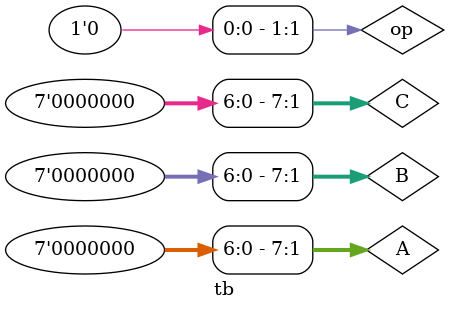
<source format=v>
module add_new(
    input a,b,c,d,
    output r
    );
    assign r = ( a| d| ~b ) & ( b| ~d );

endmodule

module one_bit_add(
    input b1,b2,b3,c_in,
    output r,c_out
    );
    add_new res(b1,b2,b3,c_in,r); 
    add_new cout(c_in,b1,b2,b3,c_out);
endmodule

module calc(
    input wire [7:0] a,b,c,
    input wire [1:0] op,
    output wire [7:0] r, output wire c_out
    );
    wire [7:0] t,A,B,C;
    wire d;

    assign A = a^(op[0] & ~op[1]);
    assign B = b^(~op[0] & op[1]);
    assign C = c^(op[0] & op[1]);
    assign d = op[0] | op[1]; 

    one_bit_add add0(A[0],B[0],C[0],d,r[0],t[0]);
    one_bit_add add1(A[1],B[1],C[1],t[0],r[1],t[1]);
    one_bit_add add2(A[2],B[2],C[2],t[1],r[2],t[2]);
    one_bit_add add3(A[3],B[3],C[3],t[2],r[3],t[3]);
    one_bit_add add4(A[4],B[4],C[4],t[3],r[4],t[4]);
    one_bit_add add5(A[5],B[5],C[5],t[4],r[5],t[5]);
    one_bit_add add6(A[6],B[6],C[6],t[5],r[6],t[6]);
    one_bit_add add7(A[7],B[7],C[7],t[6],r[7],t[7]);

    assign c_out = c[7];
    
endmodule

module tb;

    reg [7:0] A, B,C;
    reg [1:0] op;
    wire [7:0] R;
    wire C_out;

    calc res(A, B, C, op, R, C_out);

    initial begin
        $monitor("A=%d, B=%d, C=%d, op=%b, Result= %d", A, B, C, op, R);

        repeat(10) begin
            A = $random;
            B = $random;
            C = $random;
            op = $random; 
            #21;
        end
    
    end

endmodule
</source>
